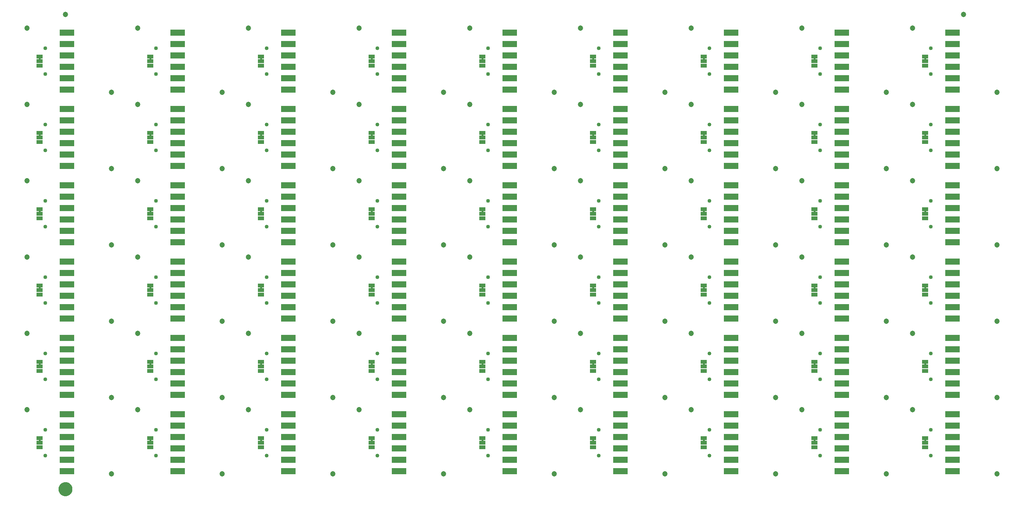
<source format=gbs>
G75*
%MOIN*%
%OFA0B0*%
%FSLAX25Y25*%
%IPPOS*%
%LPD*%
%AMOC8*
5,1,8,0,0,1.08239X$1,22.5*
%
%ADD10C,0.04737*%
%ADD11R,0.05800X0.03300*%
%ADD12C,0.00500*%
%ADD13R,0.12611X0.05721*%
%ADD14C,0.03359*%
%ADD15C,0.05000*%
%ADD16C,0.06706*%
D10*
X0116250Y0033500D03*
X0213250Y0033500D03*
X0310250Y0033500D03*
X0407250Y0033500D03*
X0504250Y0033500D03*
X0601250Y0033500D03*
X0698250Y0033500D03*
X0795250Y0033500D03*
X0892250Y0033500D03*
X0818250Y0090000D03*
X0795250Y0100500D03*
X0721250Y0090000D03*
X0698250Y0100500D03*
X0624250Y0090000D03*
X0601250Y0100500D03*
X0527250Y0090000D03*
X0504250Y0100500D03*
X0430250Y0090000D03*
X0407250Y0100500D03*
X0333250Y0090000D03*
X0310250Y0100500D03*
X0236250Y0090000D03*
X0213250Y0100500D03*
X0139250Y0090000D03*
X0116250Y0100500D03*
X0042250Y0090000D03*
X0042250Y0157000D03*
X0116250Y0167500D03*
X0139250Y0157000D03*
X0213250Y0167500D03*
X0236250Y0157000D03*
X0310250Y0167500D03*
X0333250Y0157000D03*
X0407250Y0167500D03*
X0430250Y0157000D03*
X0504250Y0167500D03*
X0527250Y0157000D03*
X0601250Y0167500D03*
X0624250Y0157000D03*
X0698250Y0167500D03*
X0721250Y0157000D03*
X0795250Y0167500D03*
X0818250Y0157000D03*
X0892250Y0167500D03*
X0818250Y0224000D03*
X0795250Y0234500D03*
X0721250Y0224000D03*
X0698250Y0234500D03*
X0624250Y0224000D03*
X0601250Y0234500D03*
X0527250Y0224000D03*
X0504250Y0234500D03*
X0430250Y0224000D03*
X0407250Y0234500D03*
X0333250Y0224000D03*
X0310250Y0234500D03*
X0236250Y0224000D03*
X0213250Y0234500D03*
X0139250Y0224000D03*
X0116250Y0234500D03*
X0042250Y0224000D03*
X0042250Y0291000D03*
X0116250Y0301500D03*
X0139250Y0291000D03*
X0213250Y0301500D03*
X0236250Y0291000D03*
X0310250Y0301500D03*
X0333250Y0291000D03*
X0407250Y0301500D03*
X0430250Y0291000D03*
X0504250Y0301500D03*
X0527250Y0291000D03*
X0601250Y0301500D03*
X0624250Y0291000D03*
X0698250Y0301500D03*
X0721250Y0291000D03*
X0795250Y0301500D03*
X0818250Y0291000D03*
X0892250Y0301500D03*
X0818250Y0358000D03*
X0795250Y0368500D03*
X0721250Y0358000D03*
X0698250Y0368500D03*
X0624250Y0358000D03*
X0601250Y0368500D03*
X0527250Y0358000D03*
X0504250Y0368500D03*
X0430250Y0358000D03*
X0407250Y0368500D03*
X0333250Y0358000D03*
X0310250Y0368500D03*
X0236250Y0358000D03*
X0213250Y0368500D03*
X0139250Y0358000D03*
X0116250Y0368500D03*
X0042250Y0358000D03*
X0042250Y0425000D03*
X0075750Y0436750D03*
X0139250Y0425000D03*
X0236250Y0425000D03*
X0333250Y0425000D03*
X0430250Y0425000D03*
X0527250Y0425000D03*
X0624250Y0425000D03*
X0721250Y0425000D03*
X0818250Y0425000D03*
X0862750Y0436750D03*
X0892250Y0368500D03*
X0892250Y0234500D03*
X0892250Y0100500D03*
D11*
X0829250Y0124000D03*
X0829250Y0128000D03*
X0829250Y0132000D03*
X0732250Y0132000D03*
X0732250Y0128000D03*
X0732250Y0124000D03*
X0635250Y0124000D03*
X0635250Y0128000D03*
X0635250Y0132000D03*
X0538250Y0132000D03*
X0538250Y0128000D03*
X0538250Y0124000D03*
X0441250Y0124000D03*
X0441250Y0128000D03*
X0441250Y0132000D03*
X0344250Y0132000D03*
X0344250Y0128000D03*
X0344250Y0124000D03*
X0247250Y0124000D03*
X0247250Y0128000D03*
X0247250Y0132000D03*
X0150250Y0132000D03*
X0150250Y0128000D03*
X0150250Y0124000D03*
X0053250Y0124000D03*
X0053250Y0128000D03*
X0053250Y0132000D03*
X0053250Y0191000D03*
X0053250Y0195000D03*
X0053250Y0199000D03*
X0150250Y0199000D03*
X0150250Y0195000D03*
X0150250Y0191000D03*
X0247250Y0191000D03*
X0247250Y0195000D03*
X0247250Y0199000D03*
X0344250Y0199000D03*
X0344250Y0195000D03*
X0344250Y0191000D03*
X0441250Y0191000D03*
X0441250Y0195000D03*
X0441250Y0199000D03*
X0538250Y0199000D03*
X0538250Y0195000D03*
X0538250Y0191000D03*
X0635250Y0191000D03*
X0635250Y0195000D03*
X0635250Y0199000D03*
X0732250Y0199000D03*
X0732250Y0195000D03*
X0732250Y0191000D03*
X0829250Y0191000D03*
X0829250Y0195000D03*
X0829250Y0199000D03*
X0829250Y0258000D03*
X0829250Y0262000D03*
X0829250Y0266000D03*
X0732250Y0266000D03*
X0732250Y0262000D03*
X0732250Y0258000D03*
X0635250Y0258000D03*
X0635250Y0262000D03*
X0635250Y0266000D03*
X0538250Y0266000D03*
X0538250Y0262000D03*
X0538250Y0258000D03*
X0441250Y0258000D03*
X0441250Y0262000D03*
X0441250Y0266000D03*
X0344250Y0266000D03*
X0344250Y0262000D03*
X0344250Y0258000D03*
X0247250Y0258000D03*
X0247250Y0262000D03*
X0247250Y0266000D03*
X0150250Y0266000D03*
X0150250Y0262000D03*
X0150250Y0258000D03*
X0053250Y0258000D03*
X0053250Y0262000D03*
X0053250Y0266000D03*
X0053250Y0325000D03*
X0053250Y0329000D03*
X0053250Y0333000D03*
X0150250Y0333000D03*
X0150250Y0329000D03*
X0150250Y0325000D03*
X0247250Y0325000D03*
X0247250Y0329000D03*
X0247250Y0333000D03*
X0344250Y0333000D03*
X0344250Y0329000D03*
X0344250Y0325000D03*
X0441250Y0325000D03*
X0441250Y0329000D03*
X0441250Y0333000D03*
X0538250Y0333000D03*
X0538250Y0329000D03*
X0538250Y0325000D03*
X0635250Y0325000D03*
X0635250Y0329000D03*
X0635250Y0333000D03*
X0732250Y0333000D03*
X0732250Y0329000D03*
X0732250Y0325000D03*
X0829250Y0325000D03*
X0829250Y0329000D03*
X0829250Y0333000D03*
X0829250Y0392000D03*
X0829250Y0396000D03*
X0829250Y0400000D03*
X0732250Y0400000D03*
X0732250Y0396000D03*
X0732250Y0392000D03*
X0635250Y0392000D03*
X0635250Y0396000D03*
X0635250Y0400000D03*
X0538250Y0400000D03*
X0538250Y0396000D03*
X0538250Y0392000D03*
X0441250Y0392000D03*
X0441250Y0396000D03*
X0441250Y0400000D03*
X0344250Y0400000D03*
X0344250Y0396000D03*
X0344250Y0392000D03*
X0247250Y0392000D03*
X0247250Y0396000D03*
X0247250Y0400000D03*
X0150250Y0400000D03*
X0150250Y0396000D03*
X0150250Y0392000D03*
X0053250Y0392000D03*
X0053250Y0396000D03*
X0053250Y0400000D03*
X0053250Y0065000D03*
X0053250Y0061000D03*
X0053250Y0057000D03*
X0150250Y0057000D03*
X0150250Y0061000D03*
X0150250Y0065000D03*
X0247250Y0065000D03*
X0247250Y0061000D03*
X0247250Y0057000D03*
X0344250Y0057000D03*
X0344250Y0061000D03*
X0344250Y0065000D03*
X0441250Y0065000D03*
X0441250Y0061000D03*
X0441250Y0057000D03*
X0538250Y0057000D03*
X0538250Y0061000D03*
X0538250Y0065000D03*
X0635250Y0065000D03*
X0635250Y0061000D03*
X0635250Y0057000D03*
X0732250Y0057000D03*
X0732250Y0061000D03*
X0732250Y0065000D03*
X0829250Y0065000D03*
X0829250Y0061000D03*
X0829250Y0057000D03*
D12*
X0828750Y0062250D02*
X0829750Y0062250D01*
X0829750Y0063750D01*
X0828750Y0063750D01*
X0828750Y0062250D01*
X0828750Y0062399D02*
X0829750Y0062399D01*
X0829750Y0062897D02*
X0828750Y0062897D01*
X0828750Y0063396D02*
X0829750Y0063396D01*
X0732750Y0063396D02*
X0731750Y0063396D01*
X0731750Y0063750D02*
X0731750Y0062250D01*
X0732750Y0062250D01*
X0732750Y0063750D01*
X0731750Y0063750D01*
X0731750Y0062897D02*
X0732750Y0062897D01*
X0732750Y0062399D02*
X0731750Y0062399D01*
X0635750Y0062399D02*
X0634750Y0062399D01*
X0634750Y0062250D02*
X0635750Y0062250D01*
X0635750Y0063750D01*
X0634750Y0063750D01*
X0634750Y0062250D01*
X0634750Y0062897D02*
X0635750Y0062897D01*
X0635750Y0063396D02*
X0634750Y0063396D01*
X0538750Y0063396D02*
X0537750Y0063396D01*
X0537750Y0063750D02*
X0537750Y0062250D01*
X0538750Y0062250D01*
X0538750Y0063750D01*
X0537750Y0063750D01*
X0537750Y0062897D02*
X0538750Y0062897D01*
X0538750Y0062399D02*
X0537750Y0062399D01*
X0441750Y0062399D02*
X0440750Y0062399D01*
X0440750Y0062250D02*
X0441750Y0062250D01*
X0441750Y0063750D01*
X0440750Y0063750D01*
X0440750Y0062250D01*
X0440750Y0062897D02*
X0441750Y0062897D01*
X0441750Y0063396D02*
X0440750Y0063396D01*
X0344750Y0063396D02*
X0343750Y0063396D01*
X0343750Y0063750D02*
X0343750Y0062250D01*
X0344750Y0062250D01*
X0344750Y0063750D01*
X0343750Y0063750D01*
X0343750Y0062897D02*
X0344750Y0062897D01*
X0344750Y0062399D02*
X0343750Y0062399D01*
X0247750Y0062399D02*
X0246750Y0062399D01*
X0246750Y0062250D02*
X0247750Y0062250D01*
X0247750Y0063750D01*
X0246750Y0063750D01*
X0246750Y0062250D01*
X0246750Y0062897D02*
X0247750Y0062897D01*
X0247750Y0063396D02*
X0246750Y0063396D01*
X0150750Y0063396D02*
X0149750Y0063396D01*
X0149750Y0063750D02*
X0149750Y0062250D01*
X0150750Y0062250D01*
X0150750Y0063750D01*
X0149750Y0063750D01*
X0149750Y0062897D02*
X0150750Y0062897D01*
X0150750Y0062399D02*
X0149750Y0062399D01*
X0053750Y0062399D02*
X0052750Y0062399D01*
X0052750Y0062250D02*
X0053750Y0062250D01*
X0053750Y0063750D01*
X0052750Y0063750D01*
X0052750Y0062250D01*
X0052750Y0062897D02*
X0053750Y0062897D01*
X0053750Y0063396D02*
X0052750Y0063396D01*
X0052750Y0129250D02*
X0053750Y0129250D01*
X0053750Y0130750D01*
X0052750Y0130750D01*
X0052750Y0129250D01*
X0052750Y0129698D02*
X0053750Y0129698D01*
X0053750Y0130196D02*
X0052750Y0130196D01*
X0052750Y0130695D02*
X0053750Y0130695D01*
X0149750Y0130695D02*
X0150750Y0130695D01*
X0150750Y0130750D02*
X0149750Y0130750D01*
X0149750Y0129250D01*
X0150750Y0129250D01*
X0150750Y0130750D01*
X0150750Y0130196D02*
X0149750Y0130196D01*
X0149750Y0129698D02*
X0150750Y0129698D01*
X0246750Y0129698D02*
X0247750Y0129698D01*
X0247750Y0129250D02*
X0246750Y0129250D01*
X0246750Y0130750D01*
X0247750Y0130750D01*
X0247750Y0129250D01*
X0247750Y0130196D02*
X0246750Y0130196D01*
X0246750Y0130695D02*
X0247750Y0130695D01*
X0343750Y0130695D02*
X0344750Y0130695D01*
X0344750Y0130750D02*
X0343750Y0130750D01*
X0343750Y0129250D01*
X0344750Y0129250D01*
X0344750Y0130750D01*
X0344750Y0130196D02*
X0343750Y0130196D01*
X0343750Y0129698D02*
X0344750Y0129698D01*
X0440750Y0129698D02*
X0441750Y0129698D01*
X0441750Y0129250D02*
X0440750Y0129250D01*
X0440750Y0130750D01*
X0441750Y0130750D01*
X0441750Y0129250D01*
X0441750Y0130196D02*
X0440750Y0130196D01*
X0440750Y0130695D02*
X0441750Y0130695D01*
X0537750Y0130695D02*
X0538750Y0130695D01*
X0538750Y0130750D02*
X0537750Y0130750D01*
X0537750Y0129250D01*
X0538750Y0129250D01*
X0538750Y0130750D01*
X0538750Y0130196D02*
X0537750Y0130196D01*
X0537750Y0129698D02*
X0538750Y0129698D01*
X0634750Y0129698D02*
X0635750Y0129698D01*
X0635750Y0129250D02*
X0634750Y0129250D01*
X0634750Y0130750D01*
X0635750Y0130750D01*
X0635750Y0129250D01*
X0635750Y0130196D02*
X0634750Y0130196D01*
X0634750Y0130695D02*
X0635750Y0130695D01*
X0731750Y0130695D02*
X0732750Y0130695D01*
X0732750Y0130750D02*
X0731750Y0130750D01*
X0731750Y0129250D01*
X0732750Y0129250D01*
X0732750Y0130750D01*
X0732750Y0130196D02*
X0731750Y0130196D01*
X0731750Y0129698D02*
X0732750Y0129698D01*
X0828750Y0129698D02*
X0829750Y0129698D01*
X0829750Y0129250D02*
X0828750Y0129250D01*
X0828750Y0130750D01*
X0829750Y0130750D01*
X0829750Y0129250D01*
X0829750Y0130196D02*
X0828750Y0130196D01*
X0828750Y0130695D02*
X0829750Y0130695D01*
X0829750Y0196250D02*
X0828750Y0196250D01*
X0828750Y0197750D01*
X0829750Y0197750D01*
X0829750Y0196250D01*
X0829750Y0196498D02*
X0828750Y0196498D01*
X0828750Y0196997D02*
X0829750Y0196997D01*
X0829750Y0197495D02*
X0828750Y0197495D01*
X0732750Y0197495D02*
X0731750Y0197495D01*
X0731750Y0197750D02*
X0731750Y0196250D01*
X0732750Y0196250D01*
X0732750Y0197750D01*
X0731750Y0197750D01*
X0731750Y0196997D02*
X0732750Y0196997D01*
X0732750Y0196498D02*
X0731750Y0196498D01*
X0635750Y0196498D02*
X0634750Y0196498D01*
X0634750Y0196250D02*
X0635750Y0196250D01*
X0635750Y0197750D01*
X0634750Y0197750D01*
X0634750Y0196250D01*
X0634750Y0196997D02*
X0635750Y0196997D01*
X0635750Y0197495D02*
X0634750Y0197495D01*
X0538750Y0197495D02*
X0537750Y0197495D01*
X0537750Y0197750D02*
X0537750Y0196250D01*
X0538750Y0196250D01*
X0538750Y0197750D01*
X0537750Y0197750D01*
X0537750Y0196997D02*
X0538750Y0196997D01*
X0538750Y0196498D02*
X0537750Y0196498D01*
X0441750Y0196498D02*
X0440750Y0196498D01*
X0440750Y0196250D02*
X0441750Y0196250D01*
X0441750Y0197750D01*
X0440750Y0197750D01*
X0440750Y0196250D01*
X0440750Y0196997D02*
X0441750Y0196997D01*
X0441750Y0197495D02*
X0440750Y0197495D01*
X0344750Y0197495D02*
X0343750Y0197495D01*
X0343750Y0197750D02*
X0343750Y0196250D01*
X0344750Y0196250D01*
X0344750Y0197750D01*
X0343750Y0197750D01*
X0343750Y0196997D02*
X0344750Y0196997D01*
X0344750Y0196498D02*
X0343750Y0196498D01*
X0247750Y0196498D02*
X0246750Y0196498D01*
X0246750Y0196250D02*
X0247750Y0196250D01*
X0247750Y0197750D01*
X0246750Y0197750D01*
X0246750Y0196250D01*
X0246750Y0196997D02*
X0247750Y0196997D01*
X0247750Y0197495D02*
X0246750Y0197495D01*
X0150750Y0197495D02*
X0149750Y0197495D01*
X0149750Y0197750D02*
X0149750Y0196250D01*
X0150750Y0196250D01*
X0150750Y0197750D01*
X0149750Y0197750D01*
X0149750Y0196997D02*
X0150750Y0196997D01*
X0150750Y0196498D02*
X0149750Y0196498D01*
X0053750Y0196498D02*
X0052750Y0196498D01*
X0052750Y0196250D02*
X0053750Y0196250D01*
X0053750Y0197750D01*
X0052750Y0197750D01*
X0052750Y0196250D01*
X0052750Y0196997D02*
X0053750Y0196997D01*
X0053750Y0197495D02*
X0052750Y0197495D01*
X0052750Y0263250D02*
X0053750Y0263250D01*
X0053750Y0264750D01*
X0052750Y0264750D01*
X0052750Y0263250D01*
X0052750Y0263299D02*
X0053750Y0263299D01*
X0053750Y0263797D02*
X0052750Y0263797D01*
X0052750Y0264296D02*
X0053750Y0264296D01*
X0149750Y0264296D02*
X0150750Y0264296D01*
X0150750Y0264750D02*
X0149750Y0264750D01*
X0149750Y0263250D01*
X0150750Y0263250D01*
X0150750Y0264750D01*
X0150750Y0263797D02*
X0149750Y0263797D01*
X0149750Y0263299D02*
X0150750Y0263299D01*
X0246750Y0263299D02*
X0247750Y0263299D01*
X0247750Y0263250D02*
X0246750Y0263250D01*
X0246750Y0264750D01*
X0247750Y0264750D01*
X0247750Y0263250D01*
X0247750Y0263797D02*
X0246750Y0263797D01*
X0246750Y0264296D02*
X0247750Y0264296D01*
X0343750Y0264296D02*
X0344750Y0264296D01*
X0344750Y0264750D02*
X0343750Y0264750D01*
X0343750Y0263250D01*
X0344750Y0263250D01*
X0344750Y0264750D01*
X0344750Y0263797D02*
X0343750Y0263797D01*
X0343750Y0263299D02*
X0344750Y0263299D01*
X0440750Y0263299D02*
X0441750Y0263299D01*
X0441750Y0263250D02*
X0440750Y0263250D01*
X0440750Y0264750D01*
X0441750Y0264750D01*
X0441750Y0263250D01*
X0441750Y0263797D02*
X0440750Y0263797D01*
X0440750Y0264296D02*
X0441750Y0264296D01*
X0537750Y0264296D02*
X0538750Y0264296D01*
X0538750Y0264750D02*
X0537750Y0264750D01*
X0537750Y0263250D01*
X0538750Y0263250D01*
X0538750Y0264750D01*
X0538750Y0263797D02*
X0537750Y0263797D01*
X0537750Y0263299D02*
X0538750Y0263299D01*
X0634750Y0263299D02*
X0635750Y0263299D01*
X0635750Y0263250D02*
X0634750Y0263250D01*
X0634750Y0264750D01*
X0635750Y0264750D01*
X0635750Y0263250D01*
X0635750Y0263797D02*
X0634750Y0263797D01*
X0634750Y0264296D02*
X0635750Y0264296D01*
X0731750Y0264296D02*
X0732750Y0264296D01*
X0732750Y0264750D02*
X0731750Y0264750D01*
X0731750Y0263250D01*
X0732750Y0263250D01*
X0732750Y0264750D01*
X0732750Y0263797D02*
X0731750Y0263797D01*
X0731750Y0263299D02*
X0732750Y0263299D01*
X0828750Y0263299D02*
X0829750Y0263299D01*
X0829750Y0263250D02*
X0828750Y0263250D01*
X0828750Y0264750D01*
X0829750Y0264750D01*
X0829750Y0263250D01*
X0829750Y0263797D02*
X0828750Y0263797D01*
X0828750Y0264296D02*
X0829750Y0264296D01*
X0829750Y0330250D02*
X0828750Y0330250D01*
X0828750Y0331750D01*
X0829750Y0331750D01*
X0829750Y0330250D01*
X0829750Y0330598D02*
X0828750Y0330598D01*
X0828750Y0331096D02*
X0829750Y0331096D01*
X0829750Y0331595D02*
X0828750Y0331595D01*
X0732750Y0331595D02*
X0731750Y0331595D01*
X0731750Y0331750D02*
X0731750Y0330250D01*
X0732750Y0330250D01*
X0732750Y0331750D01*
X0731750Y0331750D01*
X0731750Y0331096D02*
X0732750Y0331096D01*
X0732750Y0330598D02*
X0731750Y0330598D01*
X0635750Y0330598D02*
X0634750Y0330598D01*
X0634750Y0330250D02*
X0635750Y0330250D01*
X0635750Y0331750D01*
X0634750Y0331750D01*
X0634750Y0330250D01*
X0634750Y0331096D02*
X0635750Y0331096D01*
X0635750Y0331595D02*
X0634750Y0331595D01*
X0538750Y0331595D02*
X0537750Y0331595D01*
X0537750Y0331750D02*
X0537750Y0330250D01*
X0538750Y0330250D01*
X0538750Y0331750D01*
X0537750Y0331750D01*
X0537750Y0331096D02*
X0538750Y0331096D01*
X0538750Y0330598D02*
X0537750Y0330598D01*
X0441750Y0330598D02*
X0440750Y0330598D01*
X0440750Y0330250D02*
X0441750Y0330250D01*
X0441750Y0331750D01*
X0440750Y0331750D01*
X0440750Y0330250D01*
X0440750Y0331096D02*
X0441750Y0331096D01*
X0441750Y0331595D02*
X0440750Y0331595D01*
X0344750Y0331595D02*
X0343750Y0331595D01*
X0343750Y0331750D02*
X0343750Y0330250D01*
X0344750Y0330250D01*
X0344750Y0331750D01*
X0343750Y0331750D01*
X0343750Y0331096D02*
X0344750Y0331096D01*
X0344750Y0330598D02*
X0343750Y0330598D01*
X0247750Y0330598D02*
X0246750Y0330598D01*
X0246750Y0330250D02*
X0247750Y0330250D01*
X0247750Y0331750D01*
X0246750Y0331750D01*
X0246750Y0330250D01*
X0246750Y0331096D02*
X0247750Y0331096D01*
X0247750Y0331595D02*
X0246750Y0331595D01*
X0150750Y0331595D02*
X0149750Y0331595D01*
X0149750Y0331750D02*
X0149750Y0330250D01*
X0150750Y0330250D01*
X0150750Y0331750D01*
X0149750Y0331750D01*
X0149750Y0331096D02*
X0150750Y0331096D01*
X0150750Y0330598D02*
X0149750Y0330598D01*
X0053750Y0330598D02*
X0052750Y0330598D01*
X0052750Y0330250D02*
X0053750Y0330250D01*
X0053750Y0331750D01*
X0052750Y0331750D01*
X0052750Y0330250D01*
X0052750Y0331096D02*
X0053750Y0331096D01*
X0053750Y0331595D02*
X0052750Y0331595D01*
X0052750Y0397250D02*
X0053750Y0397250D01*
X0053750Y0398750D01*
X0052750Y0398750D01*
X0052750Y0397250D01*
X0052750Y0397398D02*
X0053750Y0397398D01*
X0053750Y0397897D02*
X0052750Y0397897D01*
X0052750Y0398395D02*
X0053750Y0398395D01*
X0149750Y0398395D02*
X0150750Y0398395D01*
X0150750Y0398750D02*
X0149750Y0398750D01*
X0149750Y0397250D01*
X0150750Y0397250D01*
X0150750Y0398750D01*
X0150750Y0397897D02*
X0149750Y0397897D01*
X0149750Y0397398D02*
X0150750Y0397398D01*
X0246750Y0397398D02*
X0247750Y0397398D01*
X0247750Y0397250D02*
X0246750Y0397250D01*
X0246750Y0398750D01*
X0247750Y0398750D01*
X0247750Y0397250D01*
X0247750Y0397897D02*
X0246750Y0397897D01*
X0246750Y0398395D02*
X0247750Y0398395D01*
X0343750Y0398395D02*
X0344750Y0398395D01*
X0344750Y0398750D02*
X0343750Y0398750D01*
X0343750Y0397250D01*
X0344750Y0397250D01*
X0344750Y0398750D01*
X0344750Y0397897D02*
X0343750Y0397897D01*
X0343750Y0397398D02*
X0344750Y0397398D01*
X0440750Y0397398D02*
X0441750Y0397398D01*
X0441750Y0397250D02*
X0440750Y0397250D01*
X0440750Y0398750D01*
X0441750Y0398750D01*
X0441750Y0397250D01*
X0441750Y0397897D02*
X0440750Y0397897D01*
X0440750Y0398395D02*
X0441750Y0398395D01*
X0537750Y0398395D02*
X0538750Y0398395D01*
X0538750Y0398750D02*
X0537750Y0398750D01*
X0537750Y0397250D01*
X0538750Y0397250D01*
X0538750Y0398750D01*
X0538750Y0397897D02*
X0537750Y0397897D01*
X0537750Y0397398D02*
X0538750Y0397398D01*
X0634750Y0397398D02*
X0635750Y0397398D01*
X0635750Y0397250D02*
X0634750Y0397250D01*
X0634750Y0398750D01*
X0635750Y0398750D01*
X0635750Y0397250D01*
X0635750Y0397897D02*
X0634750Y0397897D01*
X0634750Y0398395D02*
X0635750Y0398395D01*
X0731750Y0398395D02*
X0732750Y0398395D01*
X0732750Y0398750D02*
X0731750Y0398750D01*
X0731750Y0397250D01*
X0732750Y0397250D01*
X0732750Y0398750D01*
X0732750Y0397897D02*
X0731750Y0397897D01*
X0731750Y0397398D02*
X0732750Y0397398D01*
X0828750Y0397398D02*
X0829750Y0397398D01*
X0829750Y0397250D02*
X0828750Y0397250D01*
X0828750Y0398750D01*
X0829750Y0398750D01*
X0829750Y0397250D01*
X0829750Y0397897D02*
X0828750Y0397897D01*
X0828750Y0398395D02*
X0829750Y0398395D01*
D13*
X0853266Y0401000D03*
X0853266Y0391000D03*
X0853266Y0381000D03*
X0853266Y0371000D03*
X0853266Y0354000D03*
X0853266Y0344000D03*
X0853266Y0334000D03*
X0853266Y0324000D03*
X0853266Y0314000D03*
X0853266Y0304000D03*
X0853266Y0287000D03*
X0853266Y0277000D03*
X0853266Y0267000D03*
X0853266Y0257000D03*
X0853266Y0247000D03*
X0853266Y0237000D03*
X0853266Y0220000D03*
X0853266Y0210000D03*
X0853266Y0200000D03*
X0853266Y0190000D03*
X0853266Y0180000D03*
X0853266Y0170000D03*
X0853266Y0153000D03*
X0853266Y0143000D03*
X0853266Y0133000D03*
X0853266Y0123000D03*
X0853266Y0113000D03*
X0853266Y0103000D03*
X0853266Y0086000D03*
X0853266Y0076000D03*
X0853266Y0066000D03*
X0853266Y0056000D03*
X0853266Y0046000D03*
X0853266Y0036000D03*
X0756266Y0036000D03*
X0756266Y0046000D03*
X0756266Y0056000D03*
X0756266Y0066000D03*
X0756266Y0076000D03*
X0756266Y0086000D03*
X0756266Y0103000D03*
X0756266Y0113000D03*
X0756266Y0123000D03*
X0756266Y0133000D03*
X0756266Y0143000D03*
X0756266Y0153000D03*
X0756266Y0170000D03*
X0756266Y0180000D03*
X0756266Y0190000D03*
X0756266Y0200000D03*
X0756266Y0210000D03*
X0756266Y0220000D03*
X0756266Y0237000D03*
X0756266Y0247000D03*
X0756266Y0257000D03*
X0756266Y0267000D03*
X0756266Y0277000D03*
X0756266Y0287000D03*
X0756266Y0304000D03*
X0756266Y0314000D03*
X0756266Y0324000D03*
X0756266Y0334000D03*
X0756266Y0344000D03*
X0756266Y0354000D03*
X0756266Y0371000D03*
X0756266Y0381000D03*
X0756266Y0391000D03*
X0756266Y0401000D03*
X0756266Y0411000D03*
X0756266Y0421000D03*
X0659266Y0421000D03*
X0659266Y0411000D03*
X0659266Y0401000D03*
X0659266Y0391000D03*
X0659266Y0381000D03*
X0659266Y0371000D03*
X0659266Y0354000D03*
X0659266Y0344000D03*
X0659266Y0334000D03*
X0659266Y0324000D03*
X0659266Y0314000D03*
X0659266Y0304000D03*
X0659266Y0287000D03*
X0659266Y0277000D03*
X0659266Y0267000D03*
X0659266Y0257000D03*
X0659266Y0247000D03*
X0659266Y0237000D03*
X0659266Y0220000D03*
X0659266Y0210000D03*
X0659266Y0200000D03*
X0659266Y0190000D03*
X0659266Y0180000D03*
X0659266Y0170000D03*
X0659266Y0153000D03*
X0659266Y0143000D03*
X0659266Y0133000D03*
X0659266Y0123000D03*
X0659266Y0113000D03*
X0659266Y0103000D03*
X0659266Y0086000D03*
X0659266Y0076000D03*
X0659266Y0066000D03*
X0659266Y0056000D03*
X0659266Y0046000D03*
X0659266Y0036000D03*
X0562266Y0036000D03*
X0562266Y0046000D03*
X0562266Y0056000D03*
X0562266Y0066000D03*
X0562266Y0076000D03*
X0562266Y0086000D03*
X0562266Y0103000D03*
X0562266Y0113000D03*
X0562266Y0123000D03*
X0562266Y0133000D03*
X0562266Y0143000D03*
X0562266Y0153000D03*
X0562266Y0170000D03*
X0562266Y0180000D03*
X0562266Y0190000D03*
X0562266Y0200000D03*
X0562266Y0210000D03*
X0562266Y0220000D03*
X0562266Y0237000D03*
X0562266Y0247000D03*
X0562266Y0257000D03*
X0562266Y0267000D03*
X0562266Y0277000D03*
X0562266Y0287000D03*
X0562266Y0304000D03*
X0562266Y0314000D03*
X0562266Y0324000D03*
X0562266Y0334000D03*
X0562266Y0344000D03*
X0562266Y0354000D03*
X0562266Y0371000D03*
X0562266Y0381000D03*
X0562266Y0391000D03*
X0562266Y0401000D03*
X0562266Y0411000D03*
X0562266Y0421000D03*
X0465266Y0421000D03*
X0465266Y0411000D03*
X0465266Y0401000D03*
X0465266Y0391000D03*
X0465266Y0381000D03*
X0465266Y0371000D03*
X0465266Y0354000D03*
X0465266Y0344000D03*
X0465266Y0334000D03*
X0465266Y0324000D03*
X0465266Y0314000D03*
X0465266Y0304000D03*
X0465266Y0287000D03*
X0465266Y0277000D03*
X0465266Y0267000D03*
X0465266Y0257000D03*
X0465266Y0247000D03*
X0465266Y0237000D03*
X0465266Y0220000D03*
X0465266Y0210000D03*
X0465266Y0200000D03*
X0465266Y0190000D03*
X0465266Y0180000D03*
X0465266Y0170000D03*
X0465266Y0153000D03*
X0465266Y0143000D03*
X0465266Y0133000D03*
X0465266Y0123000D03*
X0465266Y0113000D03*
X0465266Y0103000D03*
X0465266Y0086000D03*
X0465266Y0076000D03*
X0465266Y0066000D03*
X0465266Y0056000D03*
X0465266Y0046000D03*
X0465266Y0036000D03*
X0368266Y0036000D03*
X0368266Y0046000D03*
X0368266Y0056000D03*
X0368266Y0066000D03*
X0368266Y0076000D03*
X0368266Y0086000D03*
X0368266Y0103000D03*
X0368266Y0113000D03*
X0368266Y0123000D03*
X0368266Y0133000D03*
X0368266Y0143000D03*
X0368266Y0153000D03*
X0368266Y0170000D03*
X0368266Y0180000D03*
X0368266Y0190000D03*
X0368266Y0200000D03*
X0368266Y0210000D03*
X0368266Y0220000D03*
X0368266Y0237000D03*
X0368266Y0247000D03*
X0368266Y0257000D03*
X0368266Y0267000D03*
X0368266Y0277000D03*
X0368266Y0287000D03*
X0368266Y0304000D03*
X0368266Y0314000D03*
X0368266Y0324000D03*
X0368266Y0334000D03*
X0368266Y0344000D03*
X0368266Y0354000D03*
X0368266Y0371000D03*
X0368266Y0381000D03*
X0368266Y0391000D03*
X0368266Y0401000D03*
X0368266Y0411000D03*
X0368266Y0421000D03*
X0271266Y0421000D03*
X0271266Y0411000D03*
X0271266Y0401000D03*
X0271266Y0391000D03*
X0271266Y0381000D03*
X0271266Y0371000D03*
X0271266Y0354000D03*
X0271266Y0344000D03*
X0271266Y0334000D03*
X0271266Y0324000D03*
X0271266Y0314000D03*
X0271266Y0304000D03*
X0271266Y0287000D03*
X0271266Y0277000D03*
X0271266Y0267000D03*
X0271266Y0257000D03*
X0271266Y0247000D03*
X0271266Y0237000D03*
X0271266Y0220000D03*
X0271266Y0210000D03*
X0271266Y0200000D03*
X0271266Y0190000D03*
X0271266Y0180000D03*
X0271266Y0170000D03*
X0271266Y0153000D03*
X0271266Y0143000D03*
X0271266Y0133000D03*
X0271266Y0123000D03*
X0271266Y0113000D03*
X0271266Y0103000D03*
X0271266Y0086000D03*
X0271266Y0076000D03*
X0271266Y0066000D03*
X0271266Y0056000D03*
X0271266Y0046000D03*
X0271266Y0036000D03*
X0174266Y0036000D03*
X0174266Y0046000D03*
X0174266Y0056000D03*
X0174266Y0066000D03*
X0174266Y0076000D03*
X0174266Y0086000D03*
X0174266Y0103000D03*
X0174266Y0113000D03*
X0174266Y0123000D03*
X0174266Y0133000D03*
X0174266Y0143000D03*
X0174266Y0153000D03*
X0174266Y0170000D03*
X0174266Y0180000D03*
X0174266Y0190000D03*
X0174266Y0200000D03*
X0174266Y0210000D03*
X0174266Y0220000D03*
X0174266Y0237000D03*
X0174266Y0247000D03*
X0174266Y0257000D03*
X0174266Y0267000D03*
X0174266Y0277000D03*
X0174266Y0287000D03*
X0174266Y0304000D03*
X0174266Y0314000D03*
X0174266Y0324000D03*
X0174266Y0334000D03*
X0174266Y0344000D03*
X0174266Y0354000D03*
X0174266Y0371000D03*
X0174266Y0381000D03*
X0174266Y0391000D03*
X0174266Y0401000D03*
X0174266Y0411000D03*
X0174266Y0421000D03*
X0077266Y0421000D03*
X0077266Y0411000D03*
X0077266Y0401000D03*
X0077266Y0391000D03*
X0077266Y0381000D03*
X0077266Y0371000D03*
X0077266Y0354000D03*
X0077266Y0344000D03*
X0077266Y0334000D03*
X0077266Y0324000D03*
X0077266Y0314000D03*
X0077266Y0304000D03*
X0077266Y0287000D03*
X0077266Y0277000D03*
X0077266Y0267000D03*
X0077266Y0257000D03*
X0077266Y0247000D03*
X0077266Y0237000D03*
X0077266Y0220000D03*
X0077266Y0210000D03*
X0077266Y0200000D03*
X0077266Y0190000D03*
X0077266Y0180000D03*
X0077266Y0170000D03*
X0077266Y0153000D03*
X0077266Y0143000D03*
X0077266Y0133000D03*
X0077266Y0123000D03*
X0077266Y0113000D03*
X0077266Y0103000D03*
X0077266Y0086000D03*
X0077266Y0076000D03*
X0077266Y0066000D03*
X0077266Y0056000D03*
X0077266Y0046000D03*
X0077266Y0036000D03*
X0853266Y0411000D03*
X0853266Y0421000D03*
D14*
X0834061Y0407378D03*
X0834061Y0384622D03*
X0834061Y0340378D03*
X0834061Y0317622D03*
X0834061Y0273378D03*
X0834061Y0250622D03*
X0834061Y0206378D03*
X0834061Y0183622D03*
X0834061Y0139378D03*
X0834061Y0116622D03*
X0834061Y0072378D03*
X0834061Y0049622D03*
X0737061Y0049622D03*
X0737061Y0072378D03*
X0640061Y0072378D03*
X0640061Y0049622D03*
X0543061Y0049622D03*
X0543061Y0072378D03*
X0446061Y0072378D03*
X0446061Y0049622D03*
X0349061Y0049622D03*
X0349061Y0072378D03*
X0349061Y0116622D03*
X0349061Y0139378D03*
X0349061Y0183622D03*
X0349061Y0206378D03*
X0349061Y0250622D03*
X0349061Y0273378D03*
X0349061Y0317622D03*
X0349061Y0340378D03*
X0349061Y0384622D03*
X0349061Y0407378D03*
X0252061Y0407378D03*
X0252061Y0384622D03*
X0155061Y0384622D03*
X0155061Y0407378D03*
X0058061Y0407378D03*
X0058061Y0384622D03*
X0058061Y0340378D03*
X0058061Y0317622D03*
X0058061Y0273378D03*
X0058061Y0250622D03*
X0058061Y0206378D03*
X0058061Y0183622D03*
X0058061Y0139378D03*
X0058061Y0116622D03*
X0058061Y0072378D03*
X0058061Y0049622D03*
X0155061Y0049622D03*
X0155061Y0072378D03*
X0252061Y0072378D03*
X0252061Y0049622D03*
X0252061Y0116622D03*
X0252061Y0139378D03*
X0155061Y0139378D03*
X0155061Y0116622D03*
X0155061Y0183622D03*
X0155061Y0206378D03*
X0155061Y0250622D03*
X0155061Y0273378D03*
X0252061Y0273378D03*
X0252061Y0250622D03*
X0252061Y0206378D03*
X0252061Y0183622D03*
X0446061Y0183622D03*
X0446061Y0206378D03*
X0446061Y0250622D03*
X0446061Y0273378D03*
X0543061Y0273378D03*
X0543061Y0250622D03*
X0543061Y0206378D03*
X0543061Y0183622D03*
X0543061Y0139378D03*
X0543061Y0116622D03*
X0446061Y0116622D03*
X0446061Y0139378D03*
X0640061Y0139378D03*
X0640061Y0116622D03*
X0737061Y0116622D03*
X0737061Y0139378D03*
X0737061Y0183622D03*
X0737061Y0206378D03*
X0737061Y0250622D03*
X0737061Y0273378D03*
X0640061Y0273378D03*
X0640061Y0250622D03*
X0640061Y0206378D03*
X0640061Y0183622D03*
X0640061Y0317622D03*
X0640061Y0340378D03*
X0737061Y0340378D03*
X0737061Y0317622D03*
X0737061Y0384622D03*
X0737061Y0407378D03*
X0640061Y0407378D03*
X0640061Y0384622D03*
X0543061Y0384622D03*
X0543061Y0407378D03*
X0446061Y0407378D03*
X0446061Y0384622D03*
X0446061Y0340378D03*
X0446061Y0317622D03*
X0543061Y0317622D03*
X0543061Y0340378D03*
X0252061Y0340378D03*
X0252061Y0317622D03*
X0155061Y0317622D03*
X0155061Y0340378D03*
D15*
X0072185Y0020250D02*
X0072187Y0020369D01*
X0072193Y0020488D01*
X0072203Y0020607D01*
X0072217Y0020725D01*
X0072235Y0020843D01*
X0072256Y0020960D01*
X0072282Y0021076D01*
X0072312Y0021192D01*
X0072345Y0021306D01*
X0072382Y0021419D01*
X0072423Y0021531D01*
X0072468Y0021642D01*
X0072516Y0021751D01*
X0072568Y0021858D01*
X0072624Y0021963D01*
X0072683Y0022067D01*
X0072745Y0022168D01*
X0072811Y0022268D01*
X0072880Y0022365D01*
X0072952Y0022459D01*
X0073028Y0022552D01*
X0073106Y0022641D01*
X0073187Y0022728D01*
X0073272Y0022813D01*
X0073359Y0022894D01*
X0073448Y0022972D01*
X0073541Y0023048D01*
X0073635Y0023120D01*
X0073732Y0023189D01*
X0073832Y0023255D01*
X0073933Y0023317D01*
X0074037Y0023376D01*
X0074142Y0023432D01*
X0074249Y0023484D01*
X0074358Y0023532D01*
X0074469Y0023577D01*
X0074581Y0023618D01*
X0074694Y0023655D01*
X0074808Y0023688D01*
X0074924Y0023718D01*
X0075040Y0023744D01*
X0075157Y0023765D01*
X0075275Y0023783D01*
X0075393Y0023797D01*
X0075512Y0023807D01*
X0075631Y0023813D01*
X0075750Y0023815D01*
X0075869Y0023813D01*
X0075988Y0023807D01*
X0076107Y0023797D01*
X0076225Y0023783D01*
X0076343Y0023765D01*
X0076460Y0023744D01*
X0076576Y0023718D01*
X0076692Y0023688D01*
X0076806Y0023655D01*
X0076919Y0023618D01*
X0077031Y0023577D01*
X0077142Y0023532D01*
X0077251Y0023484D01*
X0077358Y0023432D01*
X0077463Y0023376D01*
X0077567Y0023317D01*
X0077668Y0023255D01*
X0077768Y0023189D01*
X0077865Y0023120D01*
X0077959Y0023048D01*
X0078052Y0022972D01*
X0078141Y0022894D01*
X0078228Y0022813D01*
X0078313Y0022728D01*
X0078394Y0022641D01*
X0078472Y0022552D01*
X0078548Y0022459D01*
X0078620Y0022365D01*
X0078689Y0022268D01*
X0078755Y0022168D01*
X0078817Y0022067D01*
X0078876Y0021963D01*
X0078932Y0021858D01*
X0078984Y0021751D01*
X0079032Y0021642D01*
X0079077Y0021531D01*
X0079118Y0021419D01*
X0079155Y0021306D01*
X0079188Y0021192D01*
X0079218Y0021076D01*
X0079244Y0020960D01*
X0079265Y0020843D01*
X0079283Y0020725D01*
X0079297Y0020607D01*
X0079307Y0020488D01*
X0079313Y0020369D01*
X0079315Y0020250D01*
X0079313Y0020131D01*
X0079307Y0020012D01*
X0079297Y0019893D01*
X0079283Y0019775D01*
X0079265Y0019657D01*
X0079244Y0019540D01*
X0079218Y0019424D01*
X0079188Y0019308D01*
X0079155Y0019194D01*
X0079118Y0019081D01*
X0079077Y0018969D01*
X0079032Y0018858D01*
X0078984Y0018749D01*
X0078932Y0018642D01*
X0078876Y0018537D01*
X0078817Y0018433D01*
X0078755Y0018332D01*
X0078689Y0018232D01*
X0078620Y0018135D01*
X0078548Y0018041D01*
X0078472Y0017948D01*
X0078394Y0017859D01*
X0078313Y0017772D01*
X0078228Y0017687D01*
X0078141Y0017606D01*
X0078052Y0017528D01*
X0077959Y0017452D01*
X0077865Y0017380D01*
X0077768Y0017311D01*
X0077668Y0017245D01*
X0077567Y0017183D01*
X0077463Y0017124D01*
X0077358Y0017068D01*
X0077251Y0017016D01*
X0077142Y0016968D01*
X0077031Y0016923D01*
X0076919Y0016882D01*
X0076806Y0016845D01*
X0076692Y0016812D01*
X0076576Y0016782D01*
X0076460Y0016756D01*
X0076343Y0016735D01*
X0076225Y0016717D01*
X0076107Y0016703D01*
X0075988Y0016693D01*
X0075869Y0016687D01*
X0075750Y0016685D01*
X0075631Y0016687D01*
X0075512Y0016693D01*
X0075393Y0016703D01*
X0075275Y0016717D01*
X0075157Y0016735D01*
X0075040Y0016756D01*
X0074924Y0016782D01*
X0074808Y0016812D01*
X0074694Y0016845D01*
X0074581Y0016882D01*
X0074469Y0016923D01*
X0074358Y0016968D01*
X0074249Y0017016D01*
X0074142Y0017068D01*
X0074037Y0017124D01*
X0073933Y0017183D01*
X0073832Y0017245D01*
X0073732Y0017311D01*
X0073635Y0017380D01*
X0073541Y0017452D01*
X0073448Y0017528D01*
X0073359Y0017606D01*
X0073272Y0017687D01*
X0073187Y0017772D01*
X0073106Y0017859D01*
X0073028Y0017948D01*
X0072952Y0018041D01*
X0072880Y0018135D01*
X0072811Y0018232D01*
X0072745Y0018332D01*
X0072683Y0018433D01*
X0072624Y0018537D01*
X0072568Y0018642D01*
X0072516Y0018749D01*
X0072468Y0018858D01*
X0072423Y0018969D01*
X0072382Y0019081D01*
X0072345Y0019194D01*
X0072312Y0019308D01*
X0072282Y0019424D01*
X0072256Y0019540D01*
X0072235Y0019657D01*
X0072217Y0019775D01*
X0072203Y0019893D01*
X0072193Y0020012D01*
X0072187Y0020131D01*
X0072185Y0020250D01*
D16*
X0075750Y0020250D03*
M02*

</source>
